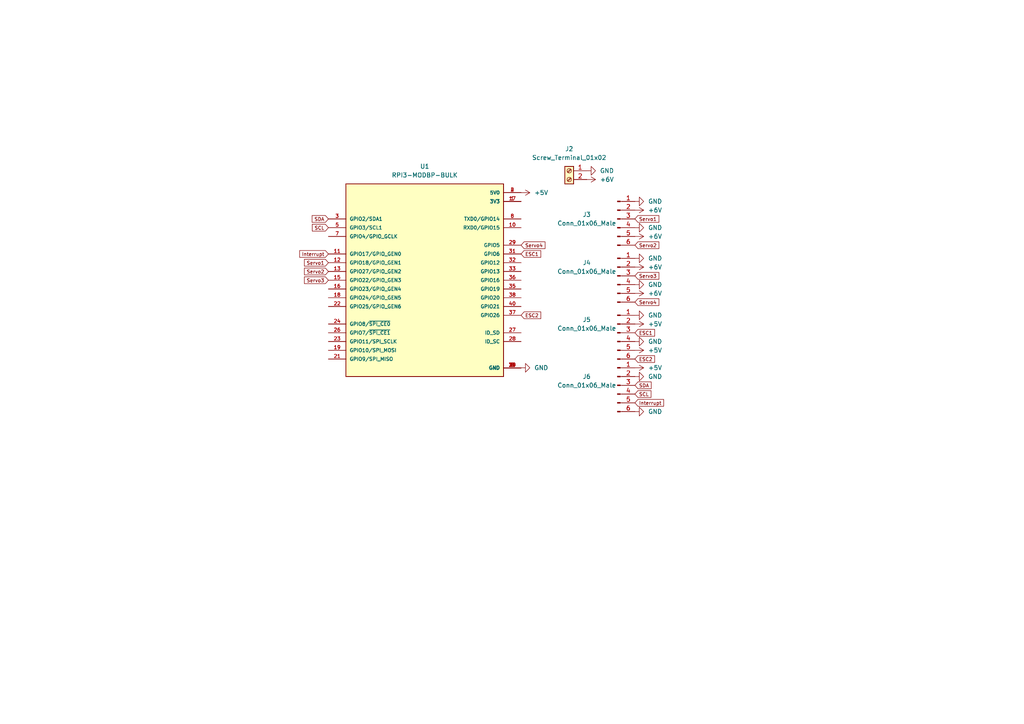
<source format=kicad_sch>
(kicad_sch (version 20211123) (generator eeschema)

  (uuid 4f00c978-5a45-405b-ae44-0a5b5871317d)

  (paper "A4")

  (lib_symbols
    (symbol "Connector:Conn_01x06_Male" (pin_names (offset 1.016) hide) (in_bom yes) (on_board yes)
      (property "Reference" "J" (id 0) (at 0 7.62 0)
        (effects (font (size 1.27 1.27)))
      )
      (property "Value" "Conn_01x06_Male" (id 1) (at 0 -10.16 0)
        (effects (font (size 1.27 1.27)))
      )
      (property "Footprint" "" (id 2) (at 0 0 0)
        (effects (font (size 1.27 1.27)) hide)
      )
      (property "Datasheet" "~" (id 3) (at 0 0 0)
        (effects (font (size 1.27 1.27)) hide)
      )
      (property "ki_keywords" "connector" (id 4) (at 0 0 0)
        (effects (font (size 1.27 1.27)) hide)
      )
      (property "ki_description" "Generic connector, single row, 01x06, script generated (kicad-library-utils/schlib/autogen/connector/)" (id 5) (at 0 0 0)
        (effects (font (size 1.27 1.27)) hide)
      )
      (property "ki_fp_filters" "Connector*:*_1x??_*" (id 6) (at 0 0 0)
        (effects (font (size 1.27 1.27)) hide)
      )
      (symbol "Conn_01x06_Male_1_1"
        (polyline
          (pts
            (xy 1.27 -7.62)
            (xy 0.8636 -7.62)
          )
          (stroke (width 0.1524) (type default) (color 0 0 0 0))
          (fill (type none))
        )
        (polyline
          (pts
            (xy 1.27 -5.08)
            (xy 0.8636 -5.08)
          )
          (stroke (width 0.1524) (type default) (color 0 0 0 0))
          (fill (type none))
        )
        (polyline
          (pts
            (xy 1.27 -2.54)
            (xy 0.8636 -2.54)
          )
          (stroke (width 0.1524) (type default) (color 0 0 0 0))
          (fill (type none))
        )
        (polyline
          (pts
            (xy 1.27 0)
            (xy 0.8636 0)
          )
          (stroke (width 0.1524) (type default) (color 0 0 0 0))
          (fill (type none))
        )
        (polyline
          (pts
            (xy 1.27 2.54)
            (xy 0.8636 2.54)
          )
          (stroke (width 0.1524) (type default) (color 0 0 0 0))
          (fill (type none))
        )
        (polyline
          (pts
            (xy 1.27 5.08)
            (xy 0.8636 5.08)
          )
          (stroke (width 0.1524) (type default) (color 0 0 0 0))
          (fill (type none))
        )
        (rectangle (start 0.8636 -7.493) (end 0 -7.747)
          (stroke (width 0.1524) (type default) (color 0 0 0 0))
          (fill (type outline))
        )
        (rectangle (start 0.8636 -4.953) (end 0 -5.207)
          (stroke (width 0.1524) (type default) (color 0 0 0 0))
          (fill (type outline))
        )
        (rectangle (start 0.8636 -2.413) (end 0 -2.667)
          (stroke (width 0.1524) (type default) (color 0 0 0 0))
          (fill (type outline))
        )
        (rectangle (start 0.8636 0.127) (end 0 -0.127)
          (stroke (width 0.1524) (type default) (color 0 0 0 0))
          (fill (type outline))
        )
        (rectangle (start 0.8636 2.667) (end 0 2.413)
          (stroke (width 0.1524) (type default) (color 0 0 0 0))
          (fill (type outline))
        )
        (rectangle (start 0.8636 5.207) (end 0 4.953)
          (stroke (width 0.1524) (type default) (color 0 0 0 0))
          (fill (type outline))
        )
        (pin passive line (at 5.08 5.08 180) (length 3.81)
          (name "Pin_1" (effects (font (size 1.27 1.27))))
          (number "1" (effects (font (size 1.27 1.27))))
        )
        (pin passive line (at 5.08 2.54 180) (length 3.81)
          (name "Pin_2" (effects (font (size 1.27 1.27))))
          (number "2" (effects (font (size 1.27 1.27))))
        )
        (pin passive line (at 5.08 0 180) (length 3.81)
          (name "Pin_3" (effects (font (size 1.27 1.27))))
          (number "3" (effects (font (size 1.27 1.27))))
        )
        (pin passive line (at 5.08 -2.54 180) (length 3.81)
          (name "Pin_4" (effects (font (size 1.27 1.27))))
          (number "4" (effects (font (size 1.27 1.27))))
        )
        (pin passive line (at 5.08 -5.08 180) (length 3.81)
          (name "Pin_5" (effects (font (size 1.27 1.27))))
          (number "5" (effects (font (size 1.27 1.27))))
        )
        (pin passive line (at 5.08 -7.62 180) (length 3.81)
          (name "Pin_6" (effects (font (size 1.27 1.27))))
          (number "6" (effects (font (size 1.27 1.27))))
        )
      )
    )
    (symbol "Connector:Screw_Terminal_01x02" (pin_names (offset 1.016) hide) (in_bom yes) (on_board yes)
      (property "Reference" "J" (id 0) (at 0 2.54 0)
        (effects (font (size 1.27 1.27)))
      )
      (property "Value" "Screw_Terminal_01x02" (id 1) (at 0 -5.08 0)
        (effects (font (size 1.27 1.27)))
      )
      (property "Footprint" "" (id 2) (at 0 0 0)
        (effects (font (size 1.27 1.27)) hide)
      )
      (property "Datasheet" "~" (id 3) (at 0 0 0)
        (effects (font (size 1.27 1.27)) hide)
      )
      (property "ki_keywords" "screw terminal" (id 4) (at 0 0 0)
        (effects (font (size 1.27 1.27)) hide)
      )
      (property "ki_description" "Generic screw terminal, single row, 01x02, script generated (kicad-library-utils/schlib/autogen/connector/)" (id 5) (at 0 0 0)
        (effects (font (size 1.27 1.27)) hide)
      )
      (property "ki_fp_filters" "TerminalBlock*:*" (id 6) (at 0 0 0)
        (effects (font (size 1.27 1.27)) hide)
      )
      (symbol "Screw_Terminal_01x02_1_1"
        (rectangle (start -1.27 1.27) (end 1.27 -3.81)
          (stroke (width 0.254) (type default) (color 0 0 0 0))
          (fill (type background))
        )
        (circle (center 0 -2.54) (radius 0.635)
          (stroke (width 0.1524) (type default) (color 0 0 0 0))
          (fill (type none))
        )
        (polyline
          (pts
            (xy -0.5334 -2.2098)
            (xy 0.3302 -3.048)
          )
          (stroke (width 0.1524) (type default) (color 0 0 0 0))
          (fill (type none))
        )
        (polyline
          (pts
            (xy -0.5334 0.3302)
            (xy 0.3302 -0.508)
          )
          (stroke (width 0.1524) (type default) (color 0 0 0 0))
          (fill (type none))
        )
        (polyline
          (pts
            (xy -0.3556 -2.032)
            (xy 0.508 -2.8702)
          )
          (stroke (width 0.1524) (type default) (color 0 0 0 0))
          (fill (type none))
        )
        (polyline
          (pts
            (xy -0.3556 0.508)
            (xy 0.508 -0.3302)
          )
          (stroke (width 0.1524) (type default) (color 0 0 0 0))
          (fill (type none))
        )
        (circle (center 0 0) (radius 0.635)
          (stroke (width 0.1524) (type default) (color 0 0 0 0))
          (fill (type none))
        )
        (pin passive line (at -5.08 0 0) (length 3.81)
          (name "Pin_1" (effects (font (size 1.27 1.27))))
          (number "1" (effects (font (size 1.27 1.27))))
        )
        (pin passive line (at -5.08 -2.54 0) (length 3.81)
          (name "Pin_2" (effects (font (size 1.27 1.27))))
          (number "2" (effects (font (size 1.27 1.27))))
        )
      )
    )
    (symbol "RPI3-MODBP-BULK:RPI3-MODBP-BULK" (pin_names (offset 1.016)) (in_bom yes) (on_board yes)
      (property "Reference" "U" (id 0) (at -22.86 28.702 0)
        (effects (font (size 1.27 1.27)) (justify left bottom))
      )
      (property "Value" "RPI3-MODBP-BULK" (id 1) (at -22.86 -30.48 0)
        (effects (font (size 1.27 1.27)) (justify left bottom))
      )
      (property "Footprint" "MODULE_RPI3-MODBP-BULK" (id 2) (at 0 0 0)
        (effects (font (size 1.27 1.27)) (justify bottom) hide)
      )
      (property "Datasheet" "" (id 3) (at 0 0 0)
        (effects (font (size 1.27 1.27)) hide)
      )
      (property "MANUFACTURER" "Raspberry Pi" (id 4) (at 0 0 0)
        (effects (font (size 1.27 1.27)) (justify bottom) hide)
      )
      (property "PARTREV" "1.0" (id 5) (at 0 0 0)
        (effects (font (size 1.27 1.27)) (justify bottom) hide)
      )
      (property "STANDARD" "Manufacturer Recommendations" (id 6) (at 0 0 0)
        (effects (font (size 1.27 1.27)) (justify bottom) hide)
      )
      (symbol "RPI3-MODBP-BULK_0_0"
        (rectangle (start -22.86 -27.94) (end 22.86 27.94)
          (stroke (width 0.254) (type default) (color 0 0 0 0))
          (fill (type background))
        )
        (pin power_in line (at 27.94 22.86 180) (length 5.08)
          (name "3V3" (effects (font (size 1.016 1.016))))
          (number "1" (effects (font (size 1.016 1.016))))
        )
        (pin bidirectional line (at 27.94 15.24 180) (length 5.08)
          (name "RXD0/GPIO15" (effects (font (size 1.016 1.016))))
          (number "10" (effects (font (size 1.016 1.016))))
        )
        (pin bidirectional line (at -27.94 7.62 0) (length 5.08)
          (name "GPIO17/GPIO_GEN0" (effects (font (size 1.016 1.016))))
          (number "11" (effects (font (size 1.016 1.016))))
        )
        (pin bidirectional line (at -27.94 5.08 0) (length 5.08)
          (name "GPIO18/GPIO_GEN1" (effects (font (size 1.016 1.016))))
          (number "12" (effects (font (size 1.016 1.016))))
        )
        (pin bidirectional line (at -27.94 2.54 0) (length 5.08)
          (name "GPIO27/GPIO_GEN2" (effects (font (size 1.016 1.016))))
          (number "13" (effects (font (size 1.016 1.016))))
        )
        (pin power_in line (at 27.94 -25.4 180) (length 5.08)
          (name "GND" (effects (font (size 1.016 1.016))))
          (number "14" (effects (font (size 1.016 1.016))))
        )
        (pin bidirectional line (at -27.94 0 0) (length 5.08)
          (name "GPIO22/GPIO_GEN3" (effects (font (size 1.016 1.016))))
          (number "15" (effects (font (size 1.016 1.016))))
        )
        (pin bidirectional line (at -27.94 -2.54 0) (length 5.08)
          (name "GPIO23/GPIO_GEN4" (effects (font (size 1.016 1.016))))
          (number "16" (effects (font (size 1.016 1.016))))
        )
        (pin power_in line (at 27.94 22.86 180) (length 5.08)
          (name "3V3" (effects (font (size 1.016 1.016))))
          (number "17" (effects (font (size 1.016 1.016))))
        )
        (pin bidirectional line (at -27.94 -5.08 0) (length 5.08)
          (name "GPIO24/GPIO_GEN5" (effects (font (size 1.016 1.016))))
          (number "18" (effects (font (size 1.016 1.016))))
        )
        (pin bidirectional line (at -27.94 -20.32 0) (length 5.08)
          (name "GPIO10/SPI_MOSI" (effects (font (size 1.016 1.016))))
          (number "19" (effects (font (size 1.016 1.016))))
        )
        (pin power_in line (at 27.94 25.4 180) (length 5.08)
          (name "5V0" (effects (font (size 1.016 1.016))))
          (number "2" (effects (font (size 1.016 1.016))))
        )
        (pin power_in line (at 27.94 -25.4 180) (length 5.08)
          (name "GND" (effects (font (size 1.016 1.016))))
          (number "20" (effects (font (size 1.016 1.016))))
        )
        (pin bidirectional line (at -27.94 -22.86 0) (length 5.08)
          (name "GPIO9/SPI_MISO" (effects (font (size 1.016 1.016))))
          (number "21" (effects (font (size 1.016 1.016))))
        )
        (pin bidirectional line (at -27.94 -7.62 0) (length 5.08)
          (name "GPIO25/GPIO_GEN6" (effects (font (size 1.016 1.016))))
          (number "22" (effects (font (size 1.016 1.016))))
        )
        (pin bidirectional line (at -27.94 -17.78 0) (length 5.08)
          (name "GPIO11/SPI_SCLK" (effects (font (size 1.016 1.016))))
          (number "23" (effects (font (size 1.016 1.016))))
        )
        (pin bidirectional line (at -27.94 -12.7 0) (length 5.08)
          (name "GPIO8/~{SPI_CE0}" (effects (font (size 1.016 1.016))))
          (number "24" (effects (font (size 1.016 1.016))))
        )
        (pin power_in line (at 27.94 -25.4 180) (length 5.08)
          (name "GND" (effects (font (size 1.016 1.016))))
          (number "25" (effects (font (size 1.016 1.016))))
        )
        (pin bidirectional line (at -27.94 -15.24 0) (length 5.08)
          (name "GPIO7/~{SPI_CE1}" (effects (font (size 1.016 1.016))))
          (number "26" (effects (font (size 1.016 1.016))))
        )
        (pin bidirectional line (at 27.94 -15.24 180) (length 5.08)
          (name "ID_SD" (effects (font (size 1.016 1.016))))
          (number "27" (effects (font (size 1.016 1.016))))
        )
        (pin bidirectional line (at 27.94 -17.78 180) (length 5.08)
          (name "ID_SC" (effects (font (size 1.016 1.016))))
          (number "28" (effects (font (size 1.016 1.016))))
        )
        (pin bidirectional line (at 27.94 10.16 180) (length 5.08)
          (name "GPIO5" (effects (font (size 1.016 1.016))))
          (number "29" (effects (font (size 1.016 1.016))))
        )
        (pin bidirectional line (at -27.94 17.78 0) (length 5.08)
          (name "GPIO2/SDA1" (effects (font (size 1.016 1.016))))
          (number "3" (effects (font (size 1.016 1.016))))
        )
        (pin power_in line (at 27.94 -25.4 180) (length 5.08)
          (name "GND" (effects (font (size 1.016 1.016))))
          (number "30" (effects (font (size 1.016 1.016))))
        )
        (pin bidirectional line (at 27.94 7.62 180) (length 5.08)
          (name "GPIO6" (effects (font (size 1.016 1.016))))
          (number "31" (effects (font (size 1.016 1.016))))
        )
        (pin bidirectional line (at 27.94 5.08 180) (length 5.08)
          (name "GPIO12" (effects (font (size 1.016 1.016))))
          (number "32" (effects (font (size 1.016 1.016))))
        )
        (pin bidirectional line (at 27.94 2.54 180) (length 5.08)
          (name "GPIO13" (effects (font (size 1.016 1.016))))
          (number "33" (effects (font (size 1.016 1.016))))
        )
        (pin power_in line (at 27.94 -25.4 180) (length 5.08)
          (name "GND" (effects (font (size 1.016 1.016))))
          (number "34" (effects (font (size 1.016 1.016))))
        )
        (pin bidirectional line (at 27.94 -2.54 180) (length 5.08)
          (name "GPIO19" (effects (font (size 1.016 1.016))))
          (number "35" (effects (font (size 1.016 1.016))))
        )
        (pin bidirectional line (at 27.94 0 180) (length 5.08)
          (name "GPIO16" (effects (font (size 1.016 1.016))))
          (number "36" (effects (font (size 1.016 1.016))))
        )
        (pin bidirectional line (at 27.94 -10.16 180) (length 5.08)
          (name "GPIO26" (effects (font (size 1.016 1.016))))
          (number "37" (effects (font (size 1.016 1.016))))
        )
        (pin bidirectional line (at 27.94 -5.08 180) (length 5.08)
          (name "GPIO20" (effects (font (size 1.016 1.016))))
          (number "38" (effects (font (size 1.016 1.016))))
        )
        (pin power_in line (at 27.94 -25.4 180) (length 5.08)
          (name "GND" (effects (font (size 1.016 1.016))))
          (number "39" (effects (font (size 1.016 1.016))))
        )
        (pin power_in line (at 27.94 25.4 180) (length 5.08)
          (name "5V0" (effects (font (size 1.016 1.016))))
          (number "4" (effects (font (size 1.016 1.016))))
        )
        (pin bidirectional line (at 27.94 -7.62 180) (length 5.08)
          (name "GPIO21" (effects (font (size 1.016 1.016))))
          (number "40" (effects (font (size 1.016 1.016))))
        )
        (pin bidirectional line (at -27.94 15.24 0) (length 5.08)
          (name "GPIO3/SCL1" (effects (font (size 1.016 1.016))))
          (number "5" (effects (font (size 1.016 1.016))))
        )
        (pin power_in line (at 27.94 -25.4 180) (length 5.08)
          (name "GND" (effects (font (size 1.016 1.016))))
          (number "6" (effects (font (size 1.016 1.016))))
        )
        (pin bidirectional line (at -27.94 12.7 0) (length 5.08)
          (name "GPIO4/GPIO_GCLK" (effects (font (size 1.016 1.016))))
          (number "7" (effects (font (size 1.016 1.016))))
        )
        (pin bidirectional line (at 27.94 17.78 180) (length 5.08)
          (name "TXD0/GPIO14" (effects (font (size 1.016 1.016))))
          (number "8" (effects (font (size 1.016 1.016))))
        )
        (pin power_in line (at 27.94 -25.4 180) (length 5.08)
          (name "GND" (effects (font (size 1.016 1.016))))
          (number "9" (effects (font (size 1.016 1.016))))
        )
      )
    )
    (symbol "power:+5V" (power) (pin_names (offset 0)) (in_bom yes) (on_board yes)
      (property "Reference" "#PWR" (id 0) (at 0 -3.81 0)
        (effects (font (size 1.27 1.27)) hide)
      )
      (property "Value" "+5V" (id 1) (at 0 3.556 0)
        (effects (font (size 1.27 1.27)))
      )
      (property "Footprint" "" (id 2) (at 0 0 0)
        (effects (font (size 1.27 1.27)) hide)
      )
      (property "Datasheet" "" (id 3) (at 0 0 0)
        (effects (font (size 1.27 1.27)) hide)
      )
      (property "ki_keywords" "power-flag" (id 4) (at 0 0 0)
        (effects (font (size 1.27 1.27)) hide)
      )
      (property "ki_description" "Power symbol creates a global label with name \"+5V\"" (id 5) (at 0 0 0)
        (effects (font (size 1.27 1.27)) hide)
      )
      (symbol "+5V_0_1"
        (polyline
          (pts
            (xy -0.762 1.27)
            (xy 0 2.54)
          )
          (stroke (width 0) (type default) (color 0 0 0 0))
          (fill (type none))
        )
        (polyline
          (pts
            (xy 0 0)
            (xy 0 2.54)
          )
          (stroke (width 0) (type default) (color 0 0 0 0))
          (fill (type none))
        )
        (polyline
          (pts
            (xy 0 2.54)
            (xy 0.762 1.27)
          )
          (stroke (width 0) (type default) (color 0 0 0 0))
          (fill (type none))
        )
      )
      (symbol "+5V_1_1"
        (pin power_in line (at 0 0 90) (length 0) hide
          (name "+5V" (effects (font (size 1.27 1.27))))
          (number "1" (effects (font (size 1.27 1.27))))
        )
      )
    )
    (symbol "power:+6V" (power) (pin_names (offset 0)) (in_bom yes) (on_board yes)
      (property "Reference" "#PWR" (id 0) (at 0 -3.81 0)
        (effects (font (size 1.27 1.27)) hide)
      )
      (property "Value" "+6V" (id 1) (at 0 3.556 0)
        (effects (font (size 1.27 1.27)))
      )
      (property "Footprint" "" (id 2) (at 0 0 0)
        (effects (font (size 1.27 1.27)) hide)
      )
      (property "Datasheet" "" (id 3) (at 0 0 0)
        (effects (font (size 1.27 1.27)) hide)
      )
      (property "ki_keywords" "power-flag" (id 4) (at 0 0 0)
        (effects (font (size 1.27 1.27)) hide)
      )
      (property "ki_description" "Power symbol creates a global label with name \"+6V\"" (id 5) (at 0 0 0)
        (effects (font (size 1.27 1.27)) hide)
      )
      (symbol "+6V_0_1"
        (polyline
          (pts
            (xy -0.762 1.27)
            (xy 0 2.54)
          )
          (stroke (width 0) (type default) (color 0 0 0 0))
          (fill (type none))
        )
        (polyline
          (pts
            (xy 0 0)
            (xy 0 2.54)
          )
          (stroke (width 0) (type default) (color 0 0 0 0))
          (fill (type none))
        )
        (polyline
          (pts
            (xy 0 2.54)
            (xy 0.762 1.27)
          )
          (stroke (width 0) (type default) (color 0 0 0 0))
          (fill (type none))
        )
      )
      (symbol "+6V_1_1"
        (pin power_in line (at 0 0 90) (length 0) hide
          (name "+6V" (effects (font (size 1.27 1.27))))
          (number "1" (effects (font (size 1.27 1.27))))
        )
      )
    )
    (symbol "power:GND" (power) (pin_names (offset 0)) (in_bom yes) (on_board yes)
      (property "Reference" "#PWR" (id 0) (at 0 -6.35 0)
        (effects (font (size 1.27 1.27)) hide)
      )
      (property "Value" "GND" (id 1) (at 0 -3.81 0)
        (effects (font (size 1.27 1.27)))
      )
      (property "Footprint" "" (id 2) (at 0 0 0)
        (effects (font (size 1.27 1.27)) hide)
      )
      (property "Datasheet" "" (id 3) (at 0 0 0)
        (effects (font (size 1.27 1.27)) hide)
      )
      (property "ki_keywords" "power-flag" (id 4) (at 0 0 0)
        (effects (font (size 1.27 1.27)) hide)
      )
      (property "ki_description" "Power symbol creates a global label with name \"GND\" , ground" (id 5) (at 0 0 0)
        (effects (font (size 1.27 1.27)) hide)
      )
      (symbol "GND_0_1"
        (polyline
          (pts
            (xy 0 0)
            (xy 0 -1.27)
            (xy 1.27 -1.27)
            (xy 0 -2.54)
            (xy -1.27 -1.27)
            (xy 0 -1.27)
          )
          (stroke (width 0) (type default) (color 0 0 0 0))
          (fill (type none))
        )
      )
      (symbol "GND_1_1"
        (pin power_in line (at 0 0 270) (length 0) hide
          (name "GND" (effects (font (size 1.27 1.27))))
          (number "1" (effects (font (size 1.27 1.27))))
        )
      )
    )
  )


  (global_label "ESC2" (shape input) (at 151.13 91.44 0) (fields_autoplaced)
    (effects (font (size 1 1)) (justify left))
    (uuid 13a97957-f880-413f-bf54-c6d2a1718936)
    (property "Intersheet References" "${INTERSHEET_REFS}" (id 0) (at 156.8395 91.3775 0)
      (effects (font (size 1 1)) (justify left) hide)
    )
  )
  (global_label "ESC2" (shape input) (at 184.15 104.14 0) (fields_autoplaced)
    (effects (font (size 1 1)) (justify left))
    (uuid 5dd30f34-5430-454b-8968-3b1deb698589)
    (property "Intersheet References" "${INTERSHEET_REFS}" (id 0) (at 189.8595 104.0775 0)
      (effects (font (size 1 1)) (justify left) hide)
    )
  )
  (global_label "Servo4" (shape input) (at 184.15 87.63 0) (fields_autoplaced)
    (effects (font (size 1 1)) (justify left))
    (uuid 5e757fff-a0bd-4d7f-b7ab-c754d106fbae)
    (property "Intersheet References" "${INTERSHEET_REFS}" (id 0) (at 191.0976 87.5675 0)
      (effects (font (size 1 1)) (justify left) hide)
    )
  )
  (global_label "Servo3" (shape input) (at 184.15 80.01 0) (fields_autoplaced)
    (effects (font (size 1 1)) (justify left))
    (uuid 6aa5830a-131f-453a-80ce-b2d4e39e14dc)
    (property "Intersheet References" "${INTERSHEET_REFS}" (id 0) (at 191.0976 79.9475 0)
      (effects (font (size 1 1)) (justify left) hide)
    )
  )
  (global_label "Servo1" (shape input) (at 95.25 76.2 180) (fields_autoplaced)
    (effects (font (size 1 1)) (justify right))
    (uuid 71f779ee-3b19-42cd-a975-5dc3c3a14d8a)
    (property "Intersheet References" "${INTERSHEET_REFS}" (id 0) (at 88.3024 76.1375 0)
      (effects (font (size 1 1)) (justify right) hide)
    )
  )
  (global_label "Interrupt" (shape input) (at 184.15 116.84 0) (fields_autoplaced)
    (effects (font (size 1 1)) (justify left))
    (uuid 81b011ab-4bbc-4956-874f-ad1d9f29e72a)
    (property "Intersheet References" "${INTERSHEET_REFS}" (id 0) (at 192.4786 116.7775 0)
      (effects (font (size 1 1)) (justify left) hide)
    )
  )
  (global_label "ESC1" (shape input) (at 151.13 73.66 0) (fields_autoplaced)
    (effects (font (size 1 1)) (justify left))
    (uuid 8499e7a3-1082-45a3-bb29-53d1c822dd01)
    (property "Intersheet References" "${INTERSHEET_REFS}" (id 0) (at 156.8395 73.5975 0)
      (effects (font (size 1 1)) (justify left) hide)
    )
  )
  (global_label "Servo4" (shape input) (at 151.13 71.12 0) (fields_autoplaced)
    (effects (font (size 1 1)) (justify left))
    (uuid 8f856650-624d-4b11-ae6e-55d83c28e594)
    (property "Intersheet References" "${INTERSHEET_REFS}" (id 0) (at 158.0776 71.0575 0)
      (effects (font (size 1 1)) (justify left) hide)
    )
  )
  (global_label "Servo2" (shape input) (at 184.15 71.12 0) (fields_autoplaced)
    (effects (font (size 1 1)) (justify left))
    (uuid 9b02024d-6c2f-4a1c-955d-8509b4e19730)
    (property "Intersheet References" "${INTERSHEET_REFS}" (id 0) (at 191.0976 71.0575 0)
      (effects (font (size 1 1)) (justify left) hide)
    )
  )
  (global_label "SCL" (shape input) (at 184.15 114.3 0) (fields_autoplaced)
    (effects (font (size 1 1)) (justify left))
    (uuid 9d46d5ff-2be4-447b-a06e-bea0a797d249)
    (property "Intersheet References" "${INTERSHEET_REFS}" (id 0) (at 188.8119 114.2375 0)
      (effects (font (size 1 1)) (justify left) hide)
    )
  )
  (global_label "SDA" (shape input) (at 184.15 111.76 0) (fields_autoplaced)
    (effects (font (size 1 1)) (justify left))
    (uuid bb33c299-3fc5-4669-8817-94651ac17536)
    (property "Intersheet References" "${INTERSHEET_REFS}" (id 0) (at 188.8595 111.6975 0)
      (effects (font (size 1 1)) (justify left) hide)
    )
  )
  (global_label "Servo3" (shape input) (at 95.25 81.28 180) (fields_autoplaced)
    (effects (font (size 1 1)) (justify right))
    (uuid c184704d-0c69-4de7-a810-1bde24e6c59c)
    (property "Intersheet References" "${INTERSHEET_REFS}" (id 0) (at 88.3024 81.2175 0)
      (effects (font (size 1 1)) (justify right) hide)
    )
  )
  (global_label "ESC1" (shape input) (at 184.15 96.52 0) (fields_autoplaced)
    (effects (font (size 1 1)) (justify left))
    (uuid e28e0a7d-6026-47ed-b025-9fbf8fba8a35)
    (property "Intersheet References" "${INTERSHEET_REFS}" (id 0) (at 189.8595 96.4575 0)
      (effects (font (size 1 1)) (justify left) hide)
    )
  )
  (global_label "SDA" (shape input) (at 95.25 63.5 180) (fields_autoplaced)
    (effects (font (size 1 1)) (justify right))
    (uuid e3a15839-771d-4398-8011-1caaea7a4155)
    (property "Intersheet References" "${INTERSHEET_REFS}" (id 0) (at 90.5405 63.4375 0)
      (effects (font (size 1 1)) (justify right) hide)
    )
  )
  (global_label "Interrupt" (shape input) (at 95.25 73.66 180) (fields_autoplaced)
    (effects (font (size 1 1)) (justify right))
    (uuid e42375bf-2bc8-4057-891a-fabc8211ad25)
    (property "Intersheet References" "${INTERSHEET_REFS}" (id 0) (at 86.9214 73.5975 0)
      (effects (font (size 1 1)) (justify right) hide)
    )
  )
  (global_label "Servo1" (shape input) (at 184.15 63.5 0) (fields_autoplaced)
    (effects (font (size 1 1)) (justify left))
    (uuid e440831a-4c14-45da-80da-74171abf76ba)
    (property "Intersheet References" "${INTERSHEET_REFS}" (id 0) (at 191.0976 63.4375 0)
      (effects (font (size 1 1)) (justify left) hide)
    )
  )
  (global_label "Servo2" (shape input) (at 95.25 78.74 180) (fields_autoplaced)
    (effects (font (size 1 1)) (justify right))
    (uuid ea7f8c1e-2e7c-4bcc-b417-a7faa095a9dd)
    (property "Intersheet References" "${INTERSHEET_REFS}" (id 0) (at 88.3024 78.6775 0)
      (effects (font (size 1 1)) (justify right) hide)
    )
  )
  (global_label "SCL" (shape input) (at 95.25 66.04 180) (fields_autoplaced)
    (effects (font (size 1 1)) (justify right))
    (uuid fdb4c50e-338b-40ba-86d9-f12b94124a8b)
    (property "Intersheet References" "${INTERSHEET_REFS}" (id 0) (at 90.5881 65.9775 0)
      (effects (font (size 1 1)) (justify right) hide)
    )
  )

  (symbol (lib_id "RPI3-MODBP-BULK:RPI3-MODBP-BULK") (at 123.19 81.28 0) (unit 1)
    (in_bom yes) (on_board yes) (fields_autoplaced)
    (uuid 1877fc01-96f3-4e19-b894-651004a01ee2)
    (property "Reference" "U1" (id 0) (at 123.19 48.26 0))
    (property "Value" "RPI3-MODBP-BULK" (id 1) (at 123.19 50.8 0))
    (property "Footprint" "MODULE_RPI3-MODBP-BULK" (id 2) (at 123.19 81.28 0)
      (effects (font (size 1.27 1.27)) (justify bottom) hide)
    )
    (property "Datasheet" "" (id 3) (at 123.19 81.28 0)
      (effects (font (size 1.27 1.27)) hide)
    )
    (property "MANUFACTURER" "Raspberry Pi" (id 4) (at 123.19 81.28 0)
      (effects (font (size 1.27 1.27)) (justify bottom) hide)
    )
    (property "PARTREV" "1.0" (id 5) (at 123.19 81.28 0)
      (effects (font (size 1.27 1.27)) (justify bottom) hide)
    )
    (property "STANDARD" "Manufacturer Recommendations" (id 6) (at 123.19 81.28 0)
      (effects (font (size 1.27 1.27)) (justify bottom) hide)
    )
    (pin "1" (uuid cc9f0b39-261e-4201-a33c-5885a00cbf63))
    (pin "10" (uuid 1b885884-476d-4fda-be01-20c703a8e28f))
    (pin "11" (uuid acdc707e-9a9a-4862-824d-83a5904f68ba))
    (pin "12" (uuid da011e05-fff2-43b5-a351-03a00761929c))
    (pin "13" (uuid 27d4af61-2ab9-481c-8323-2b36d2bafa47))
    (pin "14" (uuid af5c2e4b-ccc0-466e-8be0-03c7940500e5))
    (pin "15" (uuid 2fb093ef-5802-4754-9268-2ed251defec9))
    (pin "16" (uuid 9c2ae34f-ebba-43eb-b226-e2fc01101933))
    (pin "17" (uuid f43ffeda-c135-4730-9c3e-06faa84a8107))
    (pin "18" (uuid ac61a957-5f37-4cfa-a4f4-a1c9d58cbd38))
    (pin "19" (uuid 75c128b3-cbb3-47db-a356-e785143ce85e))
    (pin "2" (uuid 6f838aee-f164-4fae-98d8-8bda70025a81))
    (pin "20" (uuid d1f9a976-0f11-4c94-a177-ac92f800267c))
    (pin "21" (uuid bf858137-3663-4881-a76b-4124a4eae953))
    (pin "22" (uuid ff693cdc-b2f5-4df3-b5b3-823877c33d6e))
    (pin "23" (uuid bcef3765-bc57-4699-bea9-562e00e5a691))
    (pin "24" (uuid bcd9a4b9-111a-45d1-8bd7-1fc6274abaf0))
    (pin "25" (uuid eefb630c-b1ec-4752-9508-325e057fd1db))
    (pin "26" (uuid d2c40c1b-f18f-486e-9a81-4414713181c2))
    (pin "27" (uuid 625226fa-0daf-4d16-8a75-5ba7e9cee093))
    (pin "28" (uuid 3c03ee1e-2315-45f4-ab73-0db2a16b4b51))
    (pin "29" (uuid a7f7cae6-e72a-4d4d-a4bd-d5c4f15eebff))
    (pin "3" (uuid 941a8986-d56b-4c72-8307-2fe85a79d60e))
    (pin "30" (uuid e51aa442-77e8-4f5b-b1a7-db9631cc03a3))
    (pin "31" (uuid 38480c1f-04d7-4306-9ccc-fc8b45924ab3))
    (pin "32" (uuid 34a0dc06-b34f-4fe9-be06-eaddfe744723))
    (pin "33" (uuid 83be2de7-1cc1-48a8-b198-764383674edf))
    (pin "34" (uuid 1b52c843-988e-4e23-b863-5d760e8e72e5))
    (pin "35" (uuid bae2cc8c-b9ee-4352-b39a-3653dd7d2a84))
    (pin "36" (uuid 4f2259e4-deda-4e05-833c-3c66cd1732d3))
    (pin "37" (uuid df7d0102-a77d-4b23-a99e-d6817d54b05c))
    (pin "38" (uuid 045755c0-741a-4b56-bd4a-afe15f9948a7))
    (pin "39" (uuid e43c7ada-510d-44c1-8e8f-5e18e88d0a8f))
    (pin "4" (uuid 093d95a5-edaa-4379-8a23-32792d639bfb))
    (pin "40" (uuid 64df3ecd-4248-47c0-8a41-50ae615f05e6))
    (pin "5" (uuid 13c65a5c-9963-4227-bf6d-66bee2625775))
    (pin "6" (uuid bd580c75-b08e-45e2-9b1c-715a0e3e4702))
    (pin "7" (uuid 167193af-d183-493e-a843-91c33bf5b660))
    (pin "8" (uuid c5e02d77-495c-49a0-bad4-241084469ed8))
    (pin "9" (uuid 62439ac0-9120-4ad0-9810-32b7995ae40f))
  )

  (symbol (lib_id "Connector:Screw_Terminal_01x02") (at 165.1 49.53 0) (mirror y) (unit 1)
    (in_bom yes) (on_board yes) (fields_autoplaced)
    (uuid 2705d8a8-3792-4717-8e52-b1e6e5d7abc5)
    (property "Reference" "J2" (id 0) (at 165.1 43.18 0))
    (property "Value" "Screw_Terminal_01x02" (id 1) (at 165.1 45.72 0))
    (property "Footprint" "TerminalBlock:TerminalBlock_bornier-2_P5.08mm" (id 2) (at 165.1 49.53 0)
      (effects (font (size 1.27 1.27)) hide)
    )
    (property "Datasheet" "~" (id 3) (at 165.1 49.53 0)
      (effects (font (size 1.27 1.27)) hide)
    )
    (pin "1" (uuid bdb628c1-76c5-4804-a271-4a4b9c4a10d7))
    (pin "2" (uuid 009cecb5-a113-4a6c-844a-c0133bb1e024))
  )

  (symbol (lib_id "power:+6V") (at 184.15 68.58 270) (mirror x) (unit 1)
    (in_bom yes) (on_board yes) (fields_autoplaced)
    (uuid 2a1a74ec-1676-4d43-9439-ecc2b0fce19a)
    (property "Reference" "#PWR0104" (id 0) (at 180.34 68.58 0)
      (effects (font (size 1.27 1.27)) hide)
    )
    (property "Value" "+6V" (id 1) (at 187.96 68.5799 90)
      (effects (font (size 1.27 1.27)) (justify left))
    )
    (property "Footprint" "" (id 2) (at 184.15 68.58 0)
      (effects (font (size 1.27 1.27)) hide)
    )
    (property "Datasheet" "" (id 3) (at 184.15 68.58 0)
      (effects (font (size 1.27 1.27)) hide)
    )
    (pin "1" (uuid 5539b8f0-8547-4084-a779-720c0c01bdab))
  )

  (symbol (lib_id "power:+6V") (at 184.15 60.96 270) (mirror x) (unit 1)
    (in_bom yes) (on_board yes) (fields_autoplaced)
    (uuid 2ee4eead-5eef-44cf-accf-94d4c8f321f7)
    (property "Reference" "#PWR0102" (id 0) (at 180.34 60.96 0)
      (effects (font (size 1.27 1.27)) hide)
    )
    (property "Value" "+6V" (id 1) (at 187.96 60.9599 90)
      (effects (font (size 1.27 1.27)) (justify left))
    )
    (property "Footprint" "" (id 2) (at 184.15 60.96 0)
      (effects (font (size 1.27 1.27)) hide)
    )
    (property "Datasheet" "" (id 3) (at 184.15 60.96 0)
      (effects (font (size 1.27 1.27)) hide)
    )
    (pin "1" (uuid 2fb3e6b7-2a08-4b45-8c7d-67d237b33027))
  )

  (symbol (lib_id "power:GND") (at 170.18 49.53 90) (mirror x) (unit 1)
    (in_bom yes) (on_board yes) (fields_autoplaced)
    (uuid 3b59d11a-6729-436c-97d0-a1b189409a2a)
    (property "Reference" "#PWR0110" (id 0) (at 176.53 49.53 0)
      (effects (font (size 1.27 1.27)) hide)
    )
    (property "Value" "GND" (id 1) (at 173.99 49.5299 90)
      (effects (font (size 1.27 1.27)) (justify right))
    )
    (property "Footprint" "" (id 2) (at 170.18 49.53 0)
      (effects (font (size 1.27 1.27)) hide)
    )
    (property "Datasheet" "" (id 3) (at 170.18 49.53 0)
      (effects (font (size 1.27 1.27)) hide)
    )
    (pin "1" (uuid dd3fa342-41e0-473a-8a83-3d48e4d91473))
  )

  (symbol (lib_id "power:+5V") (at 151.13 55.88 270) (unit 1)
    (in_bom yes) (on_board yes) (fields_autoplaced)
    (uuid 3f16502a-c5e1-4ef7-ad98-749d2c70df30)
    (property "Reference" "#PWR0119" (id 0) (at 147.32 55.88 0)
      (effects (font (size 1.27 1.27)) hide)
    )
    (property "Value" "+5V" (id 1) (at 154.94 55.8799 90)
      (effects (font (size 1.27 1.27)) (justify left))
    )
    (property "Footprint" "" (id 2) (at 151.13 55.88 0)
      (effects (font (size 1.27 1.27)) hide)
    )
    (property "Datasheet" "" (id 3) (at 151.13 55.88 0)
      (effects (font (size 1.27 1.27)) hide)
    )
    (pin "1" (uuid ca0becfe-3d05-41aa-b75d-0be79a24c90f))
  )

  (symbol (lib_id "power:GND") (at 184.15 119.38 90) (mirror x) (unit 1)
    (in_bom yes) (on_board yes) (fields_autoplaced)
    (uuid 4d64ec0f-c971-4951-94f2-d27f3ecf7612)
    (property "Reference" "#PWR0111" (id 0) (at 190.5 119.38 0)
      (effects (font (size 1.27 1.27)) hide)
    )
    (property "Value" "GND" (id 1) (at 187.96 119.3799 90)
      (effects (font (size 1.27 1.27)) (justify right))
    )
    (property "Footprint" "" (id 2) (at 184.15 119.38 0)
      (effects (font (size 1.27 1.27)) hide)
    )
    (property "Datasheet" "" (id 3) (at 184.15 119.38 0)
      (effects (font (size 1.27 1.27)) hide)
    )
    (pin "1" (uuid ec1d31ac-bfac-48b7-bec6-340a056274b4))
  )

  (symbol (lib_id "power:GND") (at 184.15 66.04 90) (mirror x) (unit 1)
    (in_bom yes) (on_board yes) (fields_autoplaced)
    (uuid 4ee1e4a0-f0b8-4bfd-b426-2748224a8ef1)
    (property "Reference" "#PWR0103" (id 0) (at 190.5 66.04 0)
      (effects (font (size 1.27 1.27)) hide)
    )
    (property "Value" "GND" (id 1) (at 187.96 66.0399 90)
      (effects (font (size 1.27 1.27)) (justify right))
    )
    (property "Footprint" "" (id 2) (at 184.15 66.04 0)
      (effects (font (size 1.27 1.27)) hide)
    )
    (property "Datasheet" "" (id 3) (at 184.15 66.04 0)
      (effects (font (size 1.27 1.27)) hide)
    )
    (pin "1" (uuid 3b5446ac-4006-43eb-ac3e-cfe1a19d38f3))
  )

  (symbol (lib_id "power:GND") (at 184.15 58.42 90) (mirror x) (unit 1)
    (in_bom yes) (on_board yes) (fields_autoplaced)
    (uuid 5478b79b-9e5d-44d6-bb37-c2ba7c8249c0)
    (property "Reference" "#PWR0101" (id 0) (at 190.5 58.42 0)
      (effects (font (size 1.27 1.27)) hide)
    )
    (property "Value" "GND" (id 1) (at 187.96 58.4199 90)
      (effects (font (size 1.27 1.27)) (justify right))
    )
    (property "Footprint" "" (id 2) (at 184.15 58.42 0)
      (effects (font (size 1.27 1.27)) hide)
    )
    (property "Datasheet" "" (id 3) (at 184.15 58.42 0)
      (effects (font (size 1.27 1.27)) hide)
    )
    (pin "1" (uuid f8e7fe32-c198-4cd2-919a-3d09b2fe71a9))
  )

  (symbol (lib_id "power:GND") (at 151.13 106.68 90) (mirror x) (unit 1)
    (in_bom yes) (on_board yes) (fields_autoplaced)
    (uuid 5a6a5c51-db9d-4c7e-88dd-494f8ca74842)
    (property "Reference" "#PWR0118" (id 0) (at 157.48 106.68 0)
      (effects (font (size 1.27 1.27)) hide)
    )
    (property "Value" "GND" (id 1) (at 154.94 106.6799 90)
      (effects (font (size 1.27 1.27)) (justify right))
    )
    (property "Footprint" "" (id 2) (at 151.13 106.68 0)
      (effects (font (size 1.27 1.27)) hide)
    )
    (property "Datasheet" "" (id 3) (at 151.13 106.68 0)
      (effects (font (size 1.27 1.27)) hide)
    )
    (pin "1" (uuid 4d3c9def-e770-43c2-8cc2-ddae9f823095))
  )

  (symbol (lib_id "power:+6V") (at 170.18 52.07 270) (mirror x) (unit 1)
    (in_bom yes) (on_board yes) (fields_autoplaced)
    (uuid 5c1bdf88-2794-4205-9269-f6b9672d90cf)
    (property "Reference" "#PWR0109" (id 0) (at 166.37 52.07 0)
      (effects (font (size 1.27 1.27)) hide)
    )
    (property "Value" "+6V" (id 1) (at 173.99 52.0699 90)
      (effects (font (size 1.27 1.27)) (justify left))
    )
    (property "Footprint" "" (id 2) (at 170.18 52.07 0)
      (effects (font (size 1.27 1.27)) hide)
    )
    (property "Datasheet" "" (id 3) (at 170.18 52.07 0)
      (effects (font (size 1.27 1.27)) hide)
    )
    (pin "1" (uuid a1d996cf-4aa7-4822-9c84-a77f9c16db55))
  )

  (symbol (lib_id "Connector:Conn_01x06_Male") (at 179.07 96.52 0) (unit 1)
    (in_bom yes) (on_board yes)
    (uuid 795baf20-76cc-4ddf-b59f-9772e8aa52f4)
    (property "Reference" "J5" (id 0) (at 170.18 92.71 0))
    (property "Value" "Conn_01x06_Male" (id 1) (at 170.18 95.25 0))
    (property "Footprint" "Connector_JST:JST_XA_S06B-XASK-1_1x06_P2.50mm_Horizontal" (id 2) (at 179.07 96.52 0)
      (effects (font (size 1.27 1.27)) hide)
    )
    (property "Datasheet" "~" (id 3) (at 179.07 96.52 0)
      (effects (font (size 1.27 1.27)) hide)
    )
    (pin "1" (uuid 6b4d362a-348e-48c8-8fa2-4ebcb1a48f98))
    (pin "2" (uuid 6cfda8b4-d6e7-4ea9-9cf5-26fa6b264232))
    (pin "3" (uuid 266df797-ee49-4a39-af15-c3cde301970d))
    (pin "4" (uuid 394db436-4d38-4f2d-9f90-8f8f4f27c006))
    (pin "5" (uuid f6c0f430-7017-4f8a-97b6-9a1ca8a7aacf))
    (pin "6" (uuid f877d04a-bb45-4f04-b430-56c6c05cdd0d))
  )

  (symbol (lib_id "power:+5V") (at 184.15 106.68 270) (unit 1)
    (in_bom yes) (on_board yes) (fields_autoplaced)
    (uuid 86d2c51d-5b4b-449a-a08d-d9b356a02091)
    (property "Reference" "#PWR0117" (id 0) (at 180.34 106.68 0)
      (effects (font (size 1.27 1.27)) hide)
    )
    (property "Value" "+5V" (id 1) (at 187.96 106.6799 90)
      (effects (font (size 1.27 1.27)) (justify left))
    )
    (property "Footprint" "" (id 2) (at 184.15 106.68 0)
      (effects (font (size 1.27 1.27)) hide)
    )
    (property "Datasheet" "" (id 3) (at 184.15 106.68 0)
      (effects (font (size 1.27 1.27)) hide)
    )
    (pin "1" (uuid 220bf25b-c519-4ff0-8ecf-90652cbbf9fc))
  )

  (symbol (lib_id "power:GND") (at 184.15 82.55 90) (mirror x) (unit 1)
    (in_bom yes) (on_board yes) (fields_autoplaced)
    (uuid a5e36def-da7a-46d2-8242-eb590bf3234d)
    (property "Reference" "#PWR0108" (id 0) (at 190.5 82.55 0)
      (effects (font (size 1.27 1.27)) hide)
    )
    (property "Value" "GND" (id 1) (at 187.96 82.5499 90)
      (effects (font (size 1.27 1.27)) (justify right))
    )
    (property "Footprint" "" (id 2) (at 184.15 82.55 0)
      (effects (font (size 1.27 1.27)) hide)
    )
    (property "Datasheet" "" (id 3) (at 184.15 82.55 0)
      (effects (font (size 1.27 1.27)) hide)
    )
    (pin "1" (uuid 8970775b-d29e-4e85-954a-a1f7b77447bf))
  )

  (symbol (lib_id "power:GND") (at 184.15 109.22 90) (mirror x) (unit 1)
    (in_bom yes) (on_board yes) (fields_autoplaced)
    (uuid a7abb9a5-9719-43f3-9431-0c4a678ffa9c)
    (property "Reference" "#PWR0113" (id 0) (at 190.5 109.22 0)
      (effects (font (size 1.27 1.27)) hide)
    )
    (property "Value" "GND" (id 1) (at 187.96 109.2199 90)
      (effects (font (size 1.27 1.27)) (justify right))
    )
    (property "Footprint" "" (id 2) (at 184.15 109.22 0)
      (effects (font (size 1.27 1.27)) hide)
    )
    (property "Datasheet" "" (id 3) (at 184.15 109.22 0)
      (effects (font (size 1.27 1.27)) hide)
    )
    (pin "1" (uuid 63348e92-d493-451b-8aca-ff21460962f7))
  )

  (symbol (lib_id "power:+6V") (at 184.15 85.09 270) (mirror x) (unit 1)
    (in_bom yes) (on_board yes) (fields_autoplaced)
    (uuid ba892a79-da4c-4580-bcf2-0bfab59ab4dc)
    (property "Reference" "#PWR0107" (id 0) (at 180.34 85.09 0)
      (effects (font (size 1.27 1.27)) hide)
    )
    (property "Value" "+6V" (id 1) (at 187.96 85.0899 90)
      (effects (font (size 1.27 1.27)) (justify left))
    )
    (property "Footprint" "" (id 2) (at 184.15 85.09 0)
      (effects (font (size 1.27 1.27)) hide)
    )
    (property "Datasheet" "" (id 3) (at 184.15 85.09 0)
      (effects (font (size 1.27 1.27)) hide)
    )
    (pin "1" (uuid 9bd6525d-3a29-4c87-a8fe-e18e0d359ddb))
  )

  (symbol (lib_id "power:+5V") (at 184.15 101.6 270) (unit 1)
    (in_bom yes) (on_board yes) (fields_autoplaced)
    (uuid bba79564-6746-4a05-8a00-6f1b2f16d564)
    (property "Reference" "#PWR0112" (id 0) (at 180.34 101.6 0)
      (effects (font (size 1.27 1.27)) hide)
    )
    (property "Value" "+5V" (id 1) (at 187.96 101.5999 90)
      (effects (font (size 1.27 1.27)) (justify left))
    )
    (property "Footprint" "" (id 2) (at 184.15 101.6 0)
      (effects (font (size 1.27 1.27)) hide)
    )
    (property "Datasheet" "" (id 3) (at 184.15 101.6 0)
      (effects (font (size 1.27 1.27)) hide)
    )
    (pin "1" (uuid 16665c69-88f2-49db-bea1-ae771c2be944))
  )

  (symbol (lib_id "power:GND") (at 184.15 74.93 90) (mirror x) (unit 1)
    (in_bom yes) (on_board yes) (fields_autoplaced)
    (uuid c29e6b58-9ec7-47bd-a4cc-4c9be451cc54)
    (property "Reference" "#PWR0105" (id 0) (at 190.5 74.93 0)
      (effects (font (size 1.27 1.27)) hide)
    )
    (property "Value" "GND" (id 1) (at 187.96 74.9299 90)
      (effects (font (size 1.27 1.27)) (justify right))
    )
    (property "Footprint" "" (id 2) (at 184.15 74.93 0)
      (effects (font (size 1.27 1.27)) hide)
    )
    (property "Datasheet" "" (id 3) (at 184.15 74.93 0)
      (effects (font (size 1.27 1.27)) hide)
    )
    (pin "1" (uuid a1a8005f-4878-4e65-9e75-d089e3d2e8cb))
  )

  (symbol (lib_id "power:GND") (at 184.15 91.44 90) (mirror x) (unit 1)
    (in_bom yes) (on_board yes) (fields_autoplaced)
    (uuid c39ec4c9-4215-4d9a-bdf6-8c6bb9cec9c7)
    (property "Reference" "#PWR0115" (id 0) (at 190.5 91.44 0)
      (effects (font (size 1.27 1.27)) hide)
    )
    (property "Value" "GND" (id 1) (at 187.96 91.4399 90)
      (effects (font (size 1.27 1.27)) (justify right))
    )
    (property "Footprint" "" (id 2) (at 184.15 91.44 0)
      (effects (font (size 1.27 1.27)) hide)
    )
    (property "Datasheet" "" (id 3) (at 184.15 91.44 0)
      (effects (font (size 1.27 1.27)) hide)
    )
    (pin "1" (uuid 2fe5265a-5cf0-44af-ac37-34851570a21b))
  )

  (symbol (lib_id "Connector:Conn_01x06_Male") (at 179.07 111.76 0) (unit 1)
    (in_bom yes) (on_board yes)
    (uuid c9f26c33-e9d5-4764-a609-fbd299e35bea)
    (property "Reference" "J6" (id 0) (at 170.18 109.22 0))
    (property "Value" "Conn_01x06_Male" (id 1) (at 170.18 111.76 0))
    (property "Footprint" "Connector_JST:JST_XA_S06B-XASK-1_1x06_P2.50mm_Horizontal" (id 2) (at 179.07 111.76 0)
      (effects (font (size 1.27 1.27)) hide)
    )
    (property "Datasheet" "~" (id 3) (at 179.07 111.76 0)
      (effects (font (size 1.27 1.27)) hide)
    )
    (pin "1" (uuid 8e65e795-540e-40cc-a746-8689b0ec5205))
    (pin "2" (uuid eb3bf025-ea67-416e-885c-b963e2d68bcd))
    (pin "3" (uuid db8299f5-eac6-418d-95bd-2b8815fdfc29))
    (pin "4" (uuid 962d3b81-b34b-42fb-acfb-e4c65a6eb266))
    (pin "5" (uuid 3978ed64-f896-489a-84d9-7497c5dd5e87))
    (pin "6" (uuid b0819047-deca-4164-b26d-a921dad0c00f))
  )

  (symbol (lib_id "power:+5V") (at 184.15 93.98 270) (unit 1)
    (in_bom yes) (on_board yes) (fields_autoplaced)
    (uuid cea9ab7a-946d-4e22-b410-608965e04d7a)
    (property "Reference" "#PWR0116" (id 0) (at 180.34 93.98 0)
      (effects (font (size 1.27 1.27)) hide)
    )
    (property "Value" "+5V" (id 1) (at 187.96 93.9799 90)
      (effects (font (size 1.27 1.27)) (justify left))
    )
    (property "Footprint" "" (id 2) (at 184.15 93.98 0)
      (effects (font (size 1.27 1.27)) hide)
    )
    (property "Datasheet" "" (id 3) (at 184.15 93.98 0)
      (effects (font (size 1.27 1.27)) hide)
    )
    (pin "1" (uuid 906ee3e6-8f26-4acd-8efb-2f15de4d2218))
  )

  (symbol (lib_id "Connector:Conn_01x06_Male") (at 179.07 63.5 0) (unit 1)
    (in_bom yes) (on_board yes)
    (uuid d0b3677e-71eb-4436-8e28-de0a83b6eafe)
    (property "Reference" "J3" (id 0) (at 170.18 62.23 0))
    (property "Value" "Conn_01x06_Male" (id 1) (at 170.18 64.77 0))
    (property "Footprint" "Connector_JST:JST_XA_S06B-XASK-1_1x06_P2.50mm_Horizontal" (id 2) (at 179.07 63.5 0)
      (effects (font (size 1.27 1.27)) hide)
    )
    (property "Datasheet" "~" (id 3) (at 179.07 63.5 0)
      (effects (font (size 1.27 1.27)) hide)
    )
    (pin "1" (uuid 272cc0d5-32dc-4029-bd56-4efe76016b8e))
    (pin "2" (uuid 7144488f-c4d1-4a6c-97a0-a1b6c5b5d155))
    (pin "3" (uuid 8cb90464-e60a-4414-b552-bf726b65fd59))
    (pin "4" (uuid b9a7d321-27fc-44ca-b35e-9c0c49b74346))
    (pin "5" (uuid f446390d-e9c6-4f6c-976f-b41e0f7678c3))
    (pin "6" (uuid 37c8185c-cdaa-4068-9213-d066e58b3249))
  )

  (symbol (lib_id "Connector:Conn_01x06_Male") (at 179.07 80.01 0) (unit 1)
    (in_bom yes) (on_board yes)
    (uuid db868995-f757-4575-ae6a-da21cd0b87cb)
    (property "Reference" "J4" (id 0) (at 170.18 76.2 0))
    (property "Value" "Conn_01x06_Male" (id 1) (at 170.18 78.74 0))
    (property "Footprint" "Connector_JST:JST_XA_S06B-XASK-1_1x06_P2.50mm_Horizontal" (id 2) (at 179.07 80.01 0)
      (effects (font (size 1.27 1.27)) hide)
    )
    (property "Datasheet" "~" (id 3) (at 179.07 80.01 0)
      (effects (font (size 1.27 1.27)) hide)
    )
    (pin "1" (uuid c7580578-2a20-4b79-a45c-82154f8c1b85))
    (pin "2" (uuid 7ff0c356-14c2-4f30-8e8a-1dea06226fe6))
    (pin "3" (uuid 57869a98-6b84-4ea6-80a6-9e5ce1cf38ef))
    (pin "4" (uuid 45c3ad76-0f5b-4387-80de-fa482ad84c22))
    (pin "5" (uuid cfc6beb5-8896-4277-ac00-fe00999b07c1))
    (pin "6" (uuid 721d244f-4179-4062-8784-2f1b2dff0c1b))
  )

  (symbol (lib_id "power:GND") (at 184.15 99.06 90) (mirror x) (unit 1)
    (in_bom yes) (on_board yes) (fields_autoplaced)
    (uuid de087453-fa29-4906-9f93-6522cb025bfb)
    (property "Reference" "#PWR0114" (id 0) (at 190.5 99.06 0)
      (effects (font (size 1.27 1.27)) hide)
    )
    (property "Value" "GND" (id 1) (at 187.96 99.0599 90)
      (effects (font (size 1.27 1.27)) (justify right))
    )
    (property "Footprint" "" (id 2) (at 184.15 99.06 0)
      (effects (font (size 1.27 1.27)) hide)
    )
    (property "Datasheet" "" (id 3) (at 184.15 99.06 0)
      (effects (font (size 1.27 1.27)) hide)
    )
    (pin "1" (uuid 2ee8ee6a-1cc8-4ba4-9929-11757ab37e73))
  )

  (symbol (lib_id "power:+6V") (at 184.15 77.47 270) (mirror x) (unit 1)
    (in_bom yes) (on_board yes) (fields_autoplaced)
    (uuid e4ff1b48-4fab-40b9-975f-2dfd0fdf75f2)
    (property "Reference" "#PWR0106" (id 0) (at 180.34 77.47 0)
      (effects (font (size 1.27 1.27)) hide)
    )
    (property "Value" "+6V" (id 1) (at 187.96 77.4699 90)
      (effects (font (size 1.27 1.27)) (justify left))
    )
    (property "Footprint" "" (id 2) (at 184.15 77.47 0)
      (effects (font (size 1.27 1.27)) hide)
    )
    (property "Datasheet" "" (id 3) (at 184.15 77.47 0)
      (effects (font (size 1.27 1.27)) hide)
    )
    (pin "1" (uuid 2f5f7137-c827-4dc5-98b3-e2ad22478162))
  )

  (sheet_instances
    (path "/" (page "1"))
  )

  (symbol_instances
    (path "/5478b79b-9e5d-44d6-bb37-c2ba7c8249c0"
      (reference "#PWR0101") (unit 1) (value "GND") (footprint "")
    )
    (path "/2ee4eead-5eef-44cf-accf-94d4c8f321f7"
      (reference "#PWR0102") (unit 1) (value "+6V") (footprint "")
    )
    (path "/4ee1e4a0-f0b8-4bfd-b426-2748224a8ef1"
      (reference "#PWR0103") (unit 1) (value "GND") (footprint "")
    )
    (path "/2a1a74ec-1676-4d43-9439-ecc2b0fce19a"
      (reference "#PWR0104") (unit 1) (value "+6V") (footprint "")
    )
    (path "/c29e6b58-9ec7-47bd-a4cc-4c9be451cc54"
      (reference "#PWR0105") (unit 1) (value "GND") (footprint "")
    )
    (path "/e4ff1b48-4fab-40b9-975f-2dfd0fdf75f2"
      (reference "#PWR0106") (unit 1) (value "+6V") (footprint "")
    )
    (path "/ba892a79-da4c-4580-bcf2-0bfab59ab4dc"
      (reference "#PWR0107") (unit 1) (value "+6V") (footprint "")
    )
    (path "/a5e36def-da7a-46d2-8242-eb590bf3234d"
      (reference "#PWR0108") (unit 1) (value "GND") (footprint "")
    )
    (path "/5c1bdf88-2794-4205-9269-f6b9672d90cf"
      (reference "#PWR0109") (unit 1) (value "+6V") (footprint "")
    )
    (path "/3b59d11a-6729-436c-97d0-a1b189409a2a"
      (reference "#PWR0110") (unit 1) (value "GND") (footprint "")
    )
    (path "/4d64ec0f-c971-4951-94f2-d27f3ecf7612"
      (reference "#PWR0111") (unit 1) (value "GND") (footprint "")
    )
    (path "/bba79564-6746-4a05-8a00-6f1b2f16d564"
      (reference "#PWR0112") (unit 1) (value "+5V") (footprint "")
    )
    (path "/a7abb9a5-9719-43f3-9431-0c4a678ffa9c"
      (reference "#PWR0113") (unit 1) (value "GND") (footprint "")
    )
    (path "/de087453-fa29-4906-9f93-6522cb025bfb"
      (reference "#PWR0114") (unit 1) (value "GND") (footprint "")
    )
    (path "/c39ec4c9-4215-4d9a-bdf6-8c6bb9cec9c7"
      (reference "#PWR0115") (unit 1) (value "GND") (footprint "")
    )
    (path "/cea9ab7a-946d-4e22-b410-608965e04d7a"
      (reference "#PWR0116") (unit 1) (value "+5V") (footprint "")
    )
    (path "/86d2c51d-5b4b-449a-a08d-d9b356a02091"
      (reference "#PWR0117") (unit 1) (value "+5V") (footprint "")
    )
    (path "/5a6a5c51-db9d-4c7e-88dd-494f8ca74842"
      (reference "#PWR0118") (unit 1) (value "GND") (footprint "")
    )
    (path "/3f16502a-c5e1-4ef7-ad98-749d2c70df30"
      (reference "#PWR0119") (unit 1) (value "+5V") (footprint "")
    )
    (path "/2705d8a8-3792-4717-8e52-b1e6e5d7abc5"
      (reference "J2") (unit 1) (value "Screw_Terminal_01x02") (footprint "TerminalBlock:TerminalBlock_bornier-2_P5.08mm")
    )
    (path "/d0b3677e-71eb-4436-8e28-de0a83b6eafe"
      (reference "J3") (unit 1) (value "Conn_01x06_Male") (footprint "Connector_JST:JST_XA_S06B-XASK-1_1x06_P2.50mm_Horizontal")
    )
    (path "/db868995-f757-4575-ae6a-da21cd0b87cb"
      (reference "J4") (unit 1) (value "Conn_01x06_Male") (footprint "Connector_JST:JST_XA_S06B-XASK-1_1x06_P2.50mm_Horizontal")
    )
    (path "/795baf20-76cc-4ddf-b59f-9772e8aa52f4"
      (reference "J5") (unit 1) (value "Conn_01x06_Male") (footprint "Connector_JST:JST_XA_S06B-XASK-1_1x06_P2.50mm_Horizontal")
    )
    (path "/c9f26c33-e9d5-4764-a609-fbd299e35bea"
      (reference "J6") (unit 1) (value "Conn_01x06_Male") (footprint "Connector_JST:JST_XA_S06B-XASK-1_1x06_P2.50mm_Horizontal")
    )
    (path "/1877fc01-96f3-4e19-b894-651004a01ee2"
      (reference "U1") (unit 1) (value "RPI3-MODBP-BULK") (footprint "MODULE_RPI3-MODBP-BULK")
    )
  )
)

</source>
